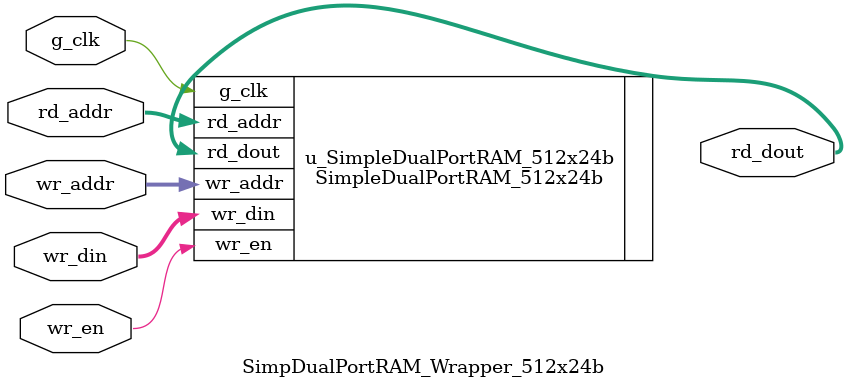
<source format=v>



`timescale 1 ns / 1 ns

module SimpDualPortRAM_Wrapper_512x24b
          (
           g_clk,
           wr_din,
           wr_addr,
           wr_en,
           rd_addr,
           rd_dout
          );


  input   g_clk;
  input   signed [23:0] wr_din;  // sfix24
  input   [8:0] wr_addr;  // ufix9
  input   wr_en;  // ufix1
  input   [8:0] rd_addr;  // ufix9
  output  signed [23:0] rd_dout;  // sfix24




  SimpleDualPortRAM_512x24b   u_SimpleDualPortRAM_512x24b   (.g_clk(g_clk),
                                                             .wr_din(wr_din),  // sfix24
                                                             .wr_addr(wr_addr),  // ufix9
                                                             .wr_en(wr_en),  // ufix1
                                                             .rd_addr(rd_addr),  // ufix9
                                                             .rd_dout(rd_dout)  // sfix24
                                                             );

endmodule  // SimpDualPortRAM_Wrapper_512x24b


</source>
